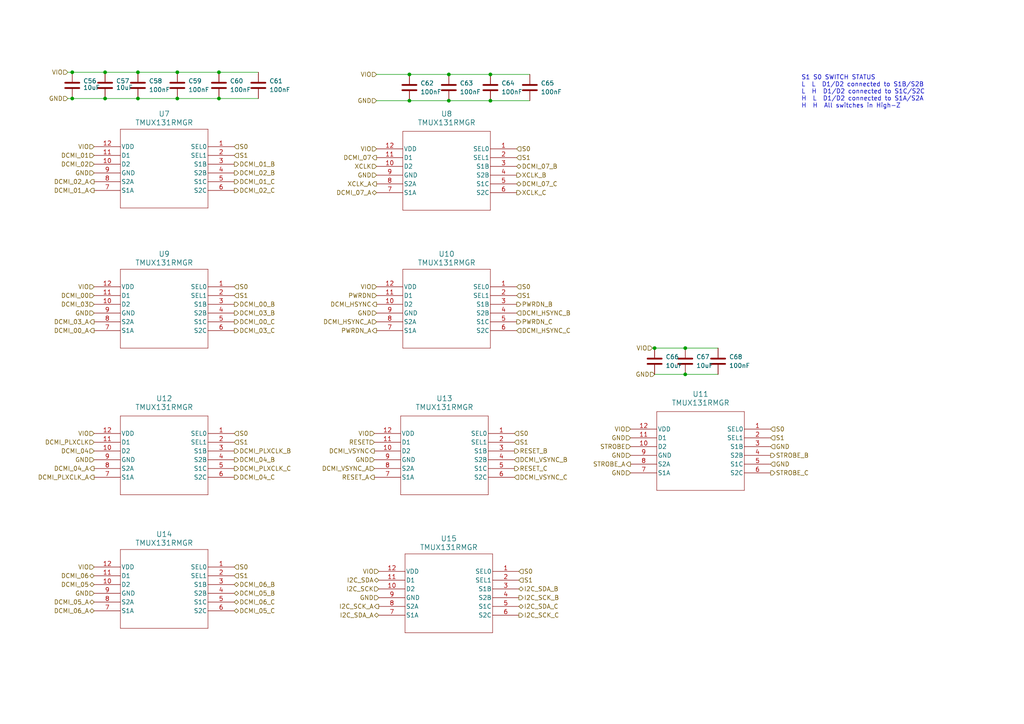
<source format=kicad_sch>
(kicad_sch (version 20250114) (generator "eeschema") (generator_version "9.0")
  (paper "A4")
  (lib_symbols
    (symbol "Common:TMUX131RMGR" (pin_names (offset 0.254))
      (property "Reference" "U" (at 20.32 10.16 0))
      (property "Value" "TMUX131RMGR" (at 20.32 7.62 0))
      (symbol "TMUX131RMGR_0_1"
        (polyline (pts (xy 7.62 5.08) (xy 7.62 -17.78)) (stroke (width 0.127)))
        (polyline (pts (xy 7.62 -17.78) (xy 33.02 -17.78)) (stroke (width 0.127)))
        (polyline (pts (xy 33.02 5.08) (xy 7.62 5.08)) (stroke (width 0.127)))
        (polyline (pts (xy 33.02 -17.78) (xy 33.02 5.08)) (stroke (width 0.127)))
        (pin input line (at 0 0 0) (length 7.62) (name "SEL0") (number "1"))
        (pin input line (at 0 -2.54 0) (length 7.62) (name "SEL1") (number "2"))
        (pin bidirectional line (at 0 -5.08 0) (length 7.62) (name "S1B") (number "3"))
        (pin bidirectional line (at 0 -7.62 0) (length 7.62) (name "S2B") (number "4"))
        (pin bidirectional line (at 0 -10.16 0) (length 7.62) (name "S1C") (number "5"))
        (pin bidirectional line (at 0 -12.7 0) (length 7.62) (name "S2C") (number "6"))
        (pin power_in line (at 40.64 0 180) (length 7.62) (name "VDD") (number "12"))
        (pin bidirectional line (at 40.64 -2.54 180) (length 7.62) (name "D1") (number "11"))
        (pin bidirectional line (at 40.64 -5.08 180) (length 7.62) (name "D2") (number "10"))
        (pin bidirectional line (at 40.64 -10.16 180) (length 7.62) (name "S2A") (number "8"))
        (pin bidirectional line (at 40.64 -12.7 180) (length 7.62) (name "S1A") (number "7"))
      )
      (symbol "TMUX131RMGR_1_1"
        (pin power_in line (at 40.64 -7.62 180) (length 7.62) (name "GND") (number "9"))
      )
    )
    (symbol "Device:C" (pin_numbers (hide yes)) (pin_names (offset 0.254))
      (property "Reference" "C" (at 0.635 2.54 0))
      (property "Value" "C" (at 0.635 -2.54 0))
      (symbol "C_0_1"
        (polyline (pts (xy -2.032 0.762) (xy 2.032 0.762)) (stroke (width 0.508)))
        (polyline (pts (xy -2.032 -0.762) (xy 2.032 -0.762)) (stroke (width 0.508)))
      )
      (symbol "C_1_1"
        (pin passive line (at 0 3.81 270) (length 2.794) (name "~") (number "1"))
        (pin passive line (at 0 -3.81 90) (length 2.794) (name "~") (number "2"))
      )
    )
  )
  (text "S1 S0 SWITCH STATUS\nL  L  D1/D2 connected to S1B/S2B\nL  H  D1/D2 connected to S1C/S2C\nH  L  D1/D2 connected to S1A/S2A\nH  H  All switches in High-Z" (at 232.41 26.67 0) (effects (font (size 1.27 1.27)) (justify left)))
  (junction (at 118.745 29.21))
  (junction (at 63.5 20.955))
  (junction (at 118.745 21.59))
  (junction (at 20.955 20.955))
  (junction (at 30.48 28.575))
  (junction (at 40.005 20.955))
  (junction (at 20.955 28.575))
  (junction (at 130.175 29.21))
  (junction (at 198.755 108.585))
  (junction (at 40.005 28.575))
  (junction (at 30.48 20.955))
  (junction (at 142.24 29.21))
  (junction (at 51.435 20.955))
  (junction (at 189.865 100.965))
  (junction (at 142.24 21.59))
  (junction (at 198.755 100.965))
  (junction (at 63.5 28.575))
  (junction (at 51.435 28.575))
  (junction (at 130.175 21.59))
  (wire (pts (xy 130.175 29.21) (xy 142.24 29.21)))
  (wire (pts (xy 63.5 28.575) (xy 74.93 28.575)))
  (wire (pts (xy 40.005 20.955) (xy 51.435 20.955)))
  (wire (pts (xy 198.755 100.965) (xy 208.28 100.965)))
  (wire (pts (xy 51.435 20.955) (xy 63.5 20.955)))
  (wire (pts (xy 109.22 29.21) (xy 118.745 29.21)))
  (wire (pts (xy 118.745 21.59) (xy 130.175 21.59)))
  (wire (pts (xy 189.865 100.965) (xy 198.755 100.965)))
  (wire (pts (xy 189.23 100.965) (xy 189.865 100.965)))
  (wire (pts (xy 189.865 108.585) (xy 198.755 108.585)))
  (wire (pts (xy 198.755 108.585) (xy 208.28 108.585)))
  (wire (pts (xy 30.48 28.575) (xy 40.005 28.575)))
  (wire (pts (xy 19.685 20.955) (xy 20.955 20.955)))
  (wire (pts (xy 109.22 21.59) (xy 118.745 21.59)))
  (wire (pts (xy 142.24 21.59) (xy 153.67 21.59)))
  (wire (pts (xy 51.435 28.575) (xy 63.5 28.575)))
  (wire (pts (xy 40.005 28.575) (xy 51.435 28.575)))
  (wire (pts (xy 20.955 28.575) (xy 30.48 28.575)))
  (wire (pts (xy 30.48 20.955) (xy 40.005 20.955)))
  (wire (pts (xy 118.745 29.21) (xy 130.175 29.21)))
  (wire (pts (xy 130.175 21.59) (xy 142.24 21.59)))
  (wire (pts (xy 19.685 28.575) (xy 20.955 28.575)))
  (wire (pts (xy 142.24 29.21) (xy 153.67 29.21)))
  (wire (pts (xy 20.955 20.955) (xy 30.48 20.955)))
  (wire (pts (xy 63.5 20.955) (xy 74.93 20.955)))
  (hierarchical_label "PWRDN" (shape input) (at 109.22 85.725 180))
  (hierarchical_label "GND" (shape input) (at 27.305 50.165 180))
  (hierarchical_label "GND" (shape input) (at 19.685 28.575 180))
  (hierarchical_label "I2C_SDA" (shape bidirectional) (at 109.855 168.275 180))
  (hierarchical_label "RESET_B" (shape output) (at 149.225 130.81 0))
  (hierarchical_label "DCMI_01_C" (shape output) (at 67.945 52.705 0))
  (hierarchical_label "PWRDN_C" (shape output) (at 149.86 93.345 0))
  (hierarchical_label "VIO" (shape input) (at 109.22 21.59 180))
  (hierarchical_label "S0" (shape input) (at 223.52 124.46 0))
  (hierarchical_label "DCMI_05_B" (shape bidirectional) (at 67.945 172.085 0))
  (hierarchical_label "VIO" (shape input) (at 109.22 83.185 180))
  (hierarchical_label "RESET_A" (shape output) (at 108.585 138.43 180))
  (hierarchical_label "DCMI_06_C" (shape bidirectional) (at 67.945 174.625 0))
  (hierarchical_label "S1" (shape input) (at 150.495 168.275 0))
  (hierarchical_label "DCMI_04_A" (shape output) (at 27.305 135.89 180))
  (hierarchical_label "S0" (shape input) (at 67.945 125.73 0))
  (hierarchical_label "VIO" (shape input) (at 27.305 125.73 180))
  (hierarchical_label "DCMI_VSYNC_C" (shape input) (at 149.225 138.43 0))
  (hierarchical_label "DCMI_HSYNC_C" (shape input) (at 149.86 95.885 0))
  (hierarchical_label "DCMI_05_A" (shape bidirectional) (at 27.305 174.625 180))
  (hierarchical_label "GND" (shape input) (at 109.22 90.805 180))
  (hierarchical_label "DCMI_06_A" (shape bidirectional) (at 27.305 177.165 180))
  (hierarchical_label "XCLK_C" (shape output) (at 149.86 55.88 0))
  (hierarchical_label "GND" (shape input) (at 27.305 90.805 180))
  (hierarchical_label "VIO" (shape input) (at 27.305 42.545 180))
  (hierarchical_label "DCMI_01" (shape input) (at 27.305 45.085 180))
  (hierarchical_label "I2C_SCK_A" (shape output) (at 109.855 175.895 180))
  (hierarchical_label "DCMI_07" (shape output) (at 109.22 45.72 180))
  (hierarchical_label "VIO" (shape input) (at 27.305 83.185 180))
  (hierarchical_label "XCLK_A" (shape output) (at 109.22 53.34 180))
  (hierarchical_label "I2C_SCK" (shape input) (at 109.855 170.815 180))
  (hierarchical_label "DCMI_00_B" (shape output) (at 67.945 88.265 0))
  (hierarchical_label "DCMI_01_B" (shape output) (at 67.945 47.625 0))
  (hierarchical_label "GND" (shape input) (at 182.88 137.16 180))
  (hierarchical_label "DCMI_07_A" (shape bidirectional) (at 109.22 55.88 180))
  (hierarchical_label "DCMI_VSYNC" (shape output) (at 108.585 130.81 180))
  (hierarchical_label "DCMI_PLXCLK_B" (shape output) (at 67.945 130.81 0))
  (hierarchical_label "DCMI_06_B" (shape bidirectional) (at 67.945 169.545 0))
  (hierarchical_label "DCMI_02_A" (shape output) (at 27.305 52.705 180))
  (hierarchical_label "RESET" (shape input) (at 108.585 128.27 180))
  (hierarchical_label "S0" (shape input) (at 67.945 164.465 0))
  (hierarchical_label "XCLK_B" (shape output) (at 149.86 50.8 0))
  (hierarchical_label "DCMI_03_A" (shape output) (at 27.305 93.345 180))
  (hierarchical_label "DCMI_07_B" (shape bidirectional) (at 149.86 48.26 0))
  (hierarchical_label "STROBE_C" (shape output) (at 223.52 137.16 0))
  (hierarchical_label "DCMI_00_A" (shape output) (at 27.305 95.885 180))
  (hierarchical_label "I2C_SDA_B" (shape bidirectional) (at 150.495 170.815 0))
  (hierarchical_label "I2C_SCK_B" (shape output) (at 150.495 173.355 0))
  (hierarchical_label "S1" (shape input) (at 149.225 128.27 0))
  (hierarchical_label "GND" (shape input) (at 182.88 127 180))
  (hierarchical_label "DCMI_04_B" (shape output) (at 67.945 133.35 0))
  (hierarchical_label "VIO" (shape input) (at 19.685 20.955 180))
  (hierarchical_label "DCMI_HSYNC_A" (shape input) (at 109.22 93.345 180))
  (hierarchical_label "DCMI_01_A" (shape output) (at 27.305 55.245 180))
  (hierarchical_label "DCMI_06" (shape bidirectional) (at 27.305 167.005 180))
  (hierarchical_label "DCMI_04_C" (shape output) (at 67.945 138.43 0))
  (hierarchical_label "VIO" (shape input) (at 109.855 165.735 180))
  (hierarchical_label "GND" (shape input) (at 223.52 129.54 0))
  (hierarchical_label "DCMI_02" (shape input) (at 27.305 47.625 180))
  (hierarchical_label "XCLK" (shape input) (at 109.22 48.26 180))
  (hierarchical_label "S1" (shape input) (at 67.945 167.005 0))
  (hierarchical_label "S0" (shape input) (at 67.945 83.185 0))
  (hierarchical_label "RESET_C" (shape output) (at 149.225 135.89 0))
  (hierarchical_label "I2C_SDA_C" (shape bidirectional) (at 150.495 175.895 0))
  (hierarchical_label "STROBE" (shape input) (at 182.88 129.54 180))
  (hierarchical_label "S0" (shape input) (at 149.86 83.185 0))
  (hierarchical_label "GND" (shape input) (at 182.88 132.08 180))
  (hierarchical_label "DCMI_07_C" (shape bidirectional) (at 149.86 53.34 0))
  (hierarchical_label "VIO" (shape input) (at 108.585 125.73 180))
  (hierarchical_label "S1" (shape input) (at 67.945 85.725 0))
  (hierarchical_label "VIO" (shape input) (at 27.305 164.465 180))
  (hierarchical_label "S0" (shape input) (at 149.225 125.73 0))
  (hierarchical_label "GND" (shape input) (at 189.865 108.585 180))
  (hierarchical_label "S0" (shape input) (at 150.495 165.735 0))
  (hierarchical_label "I2C_SDA_A" (shape bidirectional) (at 109.855 178.435 180))
  (hierarchical_label "VIO" (shape input) (at 109.22 43.18 180))
  (hierarchical_label "S0" (shape input) (at 67.945 42.545 0))
  (hierarchical_label "GND" (shape input) (at 27.305 133.35 180))
  (hierarchical_label "GND" (shape input) (at 223.52 134.62 0))
  (hierarchical_label "PWRDN_B" (shape output) (at 149.86 88.265 0))
  (hierarchical_label "DCMI_PLXCLK" (shape input) (at 27.305 128.27 180))
  (hierarchical_label "DCMI_HSYNC_B" (shape input) (at 149.86 90.805 0))
  (hierarchical_label "DCMI_00_C" (shape output) (at 67.945 93.345 0))
  (hierarchical_label "DCMI_05_C" (shape bidirectional) (at 67.945 177.165 0))
  (hierarchical_label "DCMI_VSYNC_A" (shape input) (at 108.585 135.89 180))
  (hierarchical_label "PWRDN_A" (shape output) (at 109.22 95.885 180))
  (hierarchical_label "DCMI_VSYNC_B" (shape input) (at 149.225 133.35 0))
  (hierarchical_label "GND" (shape input) (at 109.22 50.8 180))
  (hierarchical_label "S1" (shape input) (at 67.945 45.085 0))
  (hierarchical_label "DCMI_02_B" (shape output) (at 67.945 50.165 0))
  (hierarchical_label "VIO" (shape input) (at 189.23 100.965 180))
  (hierarchical_label "GND" (shape input) (at 27.305 172.085 180))
  (hierarchical_label "S1" (shape input) (at 67.945 128.27 0))
  (hierarchical_label "S0" (shape input) (at 149.86 43.18 0))
  (hierarchical_label "I2C_SCK_C" (shape output) (at 150.495 178.435 0))
  (hierarchical_label "DCMI_PLXCLK_A" (shape output) (at 27.305 138.43 180))
  (hierarchical_label "STROBE_B" (shape output) (at 223.52 132.08 0))
  (hierarchical_label "GND" (shape input) (at 108.585 133.35 180))
  (hierarchical_label "DCMI_03_C" (shape output) (at 67.945 95.885 0))
  (hierarchical_label "S1" (shape input) (at 149.86 85.725 0))
  (hierarchical_label "STROBE_A" (shape output) (at 182.88 134.62 180))
  (hierarchical_label "DCMI_PLXCLK_C" (shape output) (at 67.945 135.89 0))
  (hierarchical_label "DCMI_HSYNC" (shape output) (at 109.22 88.265 180))
  (hierarchical_label "VIO" (shape input) (at 182.88 124.46 180))
  (hierarchical_label "DCMI_00" (shape input) (at 27.305 85.725 180))
  (hierarchical_label "DCMI_04" (shape input) (at 27.305 130.81 180))
  (hierarchical_label "S1" (shape input) (at 149.86 45.72 0))
  (hierarchical_label "DCMI_05" (shape bidirectional) (at 27.305 169.545 180))
  (hierarchical_label "GND" (shape input) (at 109.22 29.21 180))
  (hierarchical_label "S1" (shape input) (at 223.52 127 0))
  (hierarchical_label "DCMI_03" (shape input) (at 27.305 88.265 180))
  (hierarchical_label "GND" (shape input) (at 109.855 173.355 180))
  (hierarchical_label "DCMI_02_C" (shape output) (at 67.945 55.245 0))
  (hierarchical_label "DCMI_03_B" (shape output) (at 67.945 90.805 0))
  (symbol (lib_id "Device:C") (at 20.955 24.765 0) (unit 1)
    (property "Reference" "C56" (at 24.13 23.4949 0) (effects (justify left)))
    (property "Value" "10uF" (at 24.13 25.4 0) (effects (justify left)))
    (property "Footprint" "Capacitor_SMD:C_0603_1608Metric_Pad1.08x0.95mm_HandSolder" (effects (hide yes)))
    (property "Datasheet" "https://search.murata.co.jp/Ceramy/image/img/A01X/G101/ENG/GRM188R61E106KA73-01.pdf" (effects (hide yes)))
    (property "Description" "Unpolarized capacitor" (effects (hide yes)))
    (property "Tolerance" "10" (effects (hide yes)))
    (property "Voltage" "25" (effects (hide yes)))
    (property "MANUFACTURER" "Murata" (effects (hide yes)))
    (property "PARTREV" "GRM188R61E106KA73D" (effects (hide yes)))
    (property "Temperture Coefficient" "X5R" (effects (hide yes)))
  )
  (symbol (lib_id "Common:TMUX131RMGR") (at 223.52 124.46 0) (mirror y) (unit 1)
    (property "Reference" "U11" (at 203.2 114.3 0) (effects (font (size 1.524 1.524))))
    (property "Value" "TMUX131RMGR" (at 203.2 116.84 0) (effects (font (size 1.524 1.524))))
    (property "Footprint" "Common:VQFN12_RMG_TEX" (effects (hide yes)))
    (property "Datasheet" "https://www.ti.com/lit/ds/symlink/tmux131.pdf?ts=1704485496073&ref_url=https%253A%252F%252Fwww.ti.com%252Fsitesearch%252Fen-us%252Fdocs%252Funiversalsearch.tsp%253FlangPref%253Den-US%2526searchTerm%253DTMUX131RMGR%2526nr%253D2" (effects (hide yes)))
    (property "Description" "Switch 2x1:3" (effects (hide yes)))
    (property "MANUFACTURER" "TI" (effects (hide yes)))
    (property "PARTREV" "TMUX131RMGR" (effects (hide yes)))
  )
  (symbol (lib_id "Common:TMUX131RMGR") (at 67.945 42.545 0) (mirror y) (unit 1)
    (property "Reference" "U7" (at 47.625 33.02 0) (effects (font (size 1.524 1.524))))
    (property "Value" "TMUX131RMGR" (at 47.625 35.56 0) (effects (font (size 1.524 1.524))))
    (property "Footprint" "Common:VQFN12_RMG_TEX" (effects (hide yes)))
    (property "Datasheet" "https://www.ti.com/lit/ds/symlink/tmux131.pdf?ts=1704485496073&ref_url=https%253A%252F%252Fwww.ti.com%252Fsitesearch%252Fen-us%252Fdocs%252Funiversalsearch.tsp%253FlangPref%253Den-US%2526searchTerm%253DTMUX131RMGR%2526nr%253D2" (effects (hide yes)))
    (property "Description" "Switch 2x1:3" (effects (hide yes)))
    (property "MANUFACTURER" "TI" (effects (hide yes)))
    (property "PARTREV" "TMUX131RMGR" (effects (hide yes)))
  )
  (symbol (lib_id "Device:C") (at 153.67 25.4 0) (unit 1)
    (property "Reference" "C65" (at 156.845 24.1299 0) (effects (justify left)))
    (property "Value" "100nF" (at 156.845 26.6699 0) (effects (justify left)))
    (property "Footprint" "Capacitor_SMD:C_0402_1005Metric_Pad0.74x0.62mm_HandSolder" (effects (hide yes)))
    (property "Datasheet" "https://search.murata.co.jp/Ceramy/image/img/A01X/G101/ENG/GRM155R61E104KA87-01.pdf" (effects (hide yes)))
    (property "Description" "Unpolarized capacitor" (effects (hide yes)))
    (property "Tolerance" "10" (effects (hide yes)))
    (property "Voltage" "25" (effects (hide yes)))
    (property "MANUFACTURER" "Murata" (effects (hide yes)))
    (property "PARTREV" "GRM155R61E104KA87D" (effects (hide yes)))
    (property "Temperture Coefficient" "X5R" (effects (hide yes)))
  )
  (symbol (lib_id "Device:C") (at 130.175 25.4 0) (unit 1)
    (property "Reference" "C63" (at 133.35 24.1299 0) (effects (justify left)))
    (property "Value" "100nF" (at 133.35 26.6699 0) (effects (justify left)))
    (property "Footprint" "Capacitor_SMD:C_0402_1005Metric_Pad0.74x0.62mm_HandSolder" (effects (hide yes)))
    (property "Datasheet" "https://search.murata.co.jp/Ceramy/image/img/A01X/G101/ENG/GRM155R61E104KA87-01.pdf" (effects (hide yes)))
    (property "Description" "Unpolarized capacitor" (effects (hide yes)))
    (property "Tolerance" "10" (effects (hide yes)))
    (property "Voltage" "25" (effects (hide yes)))
    (property "MANUFACTURER" "Murata" (effects (hide yes)))
    (property "PARTREV" "GRM155R61E104KA87D" (effects (hide yes)))
    (property "Temperture Coefficient" "X5R" (effects (hide yes)))
  )
  (symbol (lib_id "Device:C") (at 63.5 24.765 0) (unit 1)
    (property "Reference" "C60" (at 66.675 23.4949 0) (effects (justify left)))
    (property "Value" "100nF" (at 66.675 26.0349 0) (effects (justify left)))
    (property "Footprint" "Capacitor_SMD:C_0402_1005Metric_Pad0.74x0.62mm_HandSolder" (effects (hide yes)))
    (property "Datasheet" "https://search.murata.co.jp/Ceramy/image/img/A01X/G101/ENG/GRM155R61E104KA87-01.pdf" (effects (hide yes)))
    (property "Description" "Unpolarized capacitor" (effects (hide yes)))
    (property "Tolerance" "10" (effects (hide yes)))
    (property "Voltage" "25" (effects (hide yes)))
    (property "MANUFACTURER" "Murata" (effects (hide yes)))
    (property "PARTREV" "GRM155R61E104KA87D" (effects (hide yes)))
    (property "Temperture Coefficient" "X5R" (effects (hide yes)))
  )
  (symbol (lib_id "Device:C") (at 51.435 24.765 0) (unit 1)
    (property "Reference" "C59" (at 54.61 23.4949 0) (effects (justify left)))
    (property "Value" "100nF" (at 54.61 26.0349 0) (effects (justify left)))
    (property "Footprint" "Capacitor_SMD:C_0402_1005Metric_Pad0.74x0.62mm_HandSolder" (effects (hide yes)))
    (property "Datasheet" "https://search.murata.co.jp/Ceramy/image/img/A01X/G101/ENG/GRM155R61E104KA87-01.pdf" (effects (hide yes)))
    (property "Description" "Unpolarized capacitor" (effects (hide yes)))
    (property "Tolerance" "10" (effects (hide yes)))
    (property "Voltage" "25" (effects (hide yes)))
    (property "MANUFACTURER" "Murata" (effects (hide yes)))
    (property "PARTREV" "GRM155R61E104KA87D" (effects (hide yes)))
    (property "Temperture Coefficient" "X5R" (effects (hide yes)))
  )
  (symbol (lib_id "Device:C") (at 189.865 104.775 0) (unit 1)
    (property "Reference" "C66" (at 193.04 103.5049 0) (effects (justify left)))
    (property "Value" "10uF" (at 193.04 106.0449 0) (effects (justify left)))
    (property "Footprint" "Capacitor_SMD:C_0603_1608Metric_Pad1.08x0.95mm_HandSolder" (effects (hide yes)))
    (property "Datasheet" "https://search.murata.co.jp/Ceramy/image/img/A01X/G101/ENG/GRM188R61E106KA73-01.pdf" (effects (hide yes)))
    (property "Description" "Unpolarized capacitor" (effects (hide yes)))
    (property "Tolerance" "10" (effects (hide yes)))
    (property "Voltage" "25" (effects (hide yes)))
    (property "MANUFACTURER" "Murata" (effects (hide yes)))
    (property "PARTREV" "GRM188R61E106KA73D" (effects (hide yes)))
    (property "Temperture Coefficient" "X5R" (effects (hide yes)))
  )
  (symbol (lib_id "Device:C") (at 74.93 24.765 0) (unit 1)
    (property "Reference" "C61" (at 78.105 23.4949 0) (effects (justify left)))
    (property "Value" "100nF" (at 78.105 26.0349 0) (effects (justify left)))
    (property "Footprint" "Capacitor_SMD:C_0402_1005Metric_Pad0.74x0.62mm_HandSolder" (effects (hide yes)))
    (property "Datasheet" "https://search.murata.co.jp/Ceramy/image/img/A01X/G101/ENG/GRM155R61E104KA87-01.pdf" (effects (hide yes)))
    (property "Description" "Unpolarized capacitor" (effects (hide yes)))
    (property "Tolerance" "10" (effects (hide yes)))
    (property "Voltage" "25" (effects (hide yes)))
    (property "MANUFACTURER" "Murata" (effects (hide yes)))
    (property "PARTREV" "GRM155R61E104KA87D" (effects (hide yes)))
    (property "Temperture Coefficient" "X5R" (effects (hide yes)))
  )
  (symbol (lib_id "Common:TMUX131RMGR") (at 149.86 83.185 0) (mirror y) (unit 1)
    (property "Reference" "U10" (at 129.54 73.66 0) (effects (font (size 1.524 1.524))))
    (property "Value" "TMUX131RMGR" (at 129.54 76.2 0) (effects (font (size 1.524 1.524))))
    (property "Footprint" "Common:VQFN12_RMG_TEX" (effects (hide yes)))
    (property "Datasheet" "https://www.ti.com/lit/ds/symlink/tmux131.pdf?ts=1704485496073&ref_url=https%253A%252F%252Fwww.ti.com%252Fsitesearch%252Fen-us%252Fdocs%252Funiversalsearch.tsp%253FlangPref%253Den-US%2526searchTerm%253DTMUX131RMGR%2526nr%253D2" (effects (hide yes)))
    (property "Description" "Switch 2x1:3" (effects (hide yes)))
    (property "MANUFACTURER" "TI" (effects (hide yes)))
    (property "PARTREV" "TMUX131RMGR" (effects (hide yes)))
  )
  (symbol (lib_id "Common:TMUX131RMGR") (at 67.945 83.185 0) (mirror y) (unit 1)
    (property "Reference" "U9" (at 47.625 73.66 0) (effects (font (size 1.524 1.524))))
    (property "Value" "TMUX131RMGR" (at 47.625 76.2 0) (effects (font (size 1.524 1.524))))
    (property "Footprint" "Common:VQFN12_RMG_TEX" (effects (hide yes)))
    (property "Datasheet" "https://www.ti.com/lit/ds/symlink/tmux131.pdf?ts=1704485496073&ref_url=https%253A%252F%252Fwww.ti.com%252Fsitesearch%252Fen-us%252Fdocs%252Funiversalsearch.tsp%253FlangPref%253Den-US%2526searchTerm%253DTMUX131RMGR%2526nr%253D2" (effects (hide yes)))
    (property "Description" "Switch 2x1:3" (effects (hide yes)))
    (property "MANUFACTURER" "TI" (effects (hide yes)))
    (property "PARTREV" "TMUX131RMGR" (effects (hide yes)))
  )
  (symbol (lib_id "Device:C") (at 40.005 24.765 0) (unit 1)
    (property "Reference" "C58" (at 43.18 23.4949 0) (effects (justify left)))
    (property "Value" "100nF" (at 43.18 26.0349 0) (effects (justify left)))
    (property "Footprint" "Capacitor_SMD:C_0402_1005Metric_Pad0.74x0.62mm_HandSolder" (effects (hide yes)))
    (property "Datasheet" "https://search.murata.co.jp/Ceramy/image/img/A01X/G101/ENG/GRM155R61E104KA87-01.pdf" (effects (hide yes)))
    (property "Description" "Unpolarized capacitor" (effects (hide yes)))
    (property "Tolerance" "10" (effects (hide yes)))
    (property "Voltage" "25" (effects (hide yes)))
    (property "MANUFACTURER" "Murata" (effects (hide yes)))
    (property "PARTREV" "GRM155R61E104KA87D" (effects (hide yes)))
    (property "Temperture Coefficient" "X5R" (effects (hide yes)))
  )
  (symbol (lib_id "Device:C") (at 30.48 24.765 0) (unit 1)
    (property "Reference" "C57" (at 33.655 23.4949 0) (effects (justify left)))
    (property "Value" "10uF" (at 33.655 25.4 0) (effects (justify left)))
    (property "Footprint" "Capacitor_SMD:C_0603_1608Metric_Pad1.08x0.95mm_HandSolder" (effects (hide yes)))
    (property "Datasheet" "https://search.murata.co.jp/Ceramy/image/img/A01X/G101/ENG/GRM188R61E106KA73-01.pdf" (effects (hide yes)))
    (property "Description" "Unpolarized capacitor" (effects (hide yes)))
    (property "Tolerance" "10" (effects (hide yes)))
    (property "Voltage" "25" (effects (hide yes)))
    (property "MANUFACTURER" "Murata" (effects (hide yes)))
    (property "PARTREV" "GRM188R61E106KA73D" (effects (hide yes)))
    (property "Temperture Coefficient" "X5R" (effects (hide yes)))
  )
  (symbol (lib_id "Device:C") (at 198.755 104.775 0) (unit 1)
    (property "Reference" "C67" (at 201.93 103.5049 0) (effects (justify left)))
    (property "Value" "10uF" (at 201.93 106.0449 0) (effects (justify left)))
    (property "Footprint" "Capacitor_SMD:C_0603_1608Metric_Pad1.08x0.95mm_HandSolder" (effects (hide yes)))
    (property "Datasheet" "https://search.murata.co.jp/Ceramy/image/img/A01X/G101/ENG/GRM188R61E106KA73-01.pdf" (effects (hide yes)))
    (property "Description" "Unpolarized capacitor" (effects (hide yes)))
    (property "Tolerance" "10" (effects (hide yes)))
    (property "Voltage" "25" (effects (hide yes)))
    (property "MANUFACTURER" "Murata" (effects (hide yes)))
    (property "PARTREV" "GRM188R61E106KA73D" (effects (hide yes)))
    (property "Temperture Coefficient" "X5R" (effects (hide yes)))
  )
  (symbol (lib_id "Common:TMUX131RMGR") (at 149.86 43.18 0) (mirror y) (unit 1)
    (property "Reference" "U8" (at 129.54 33.02 0) (effects (font (size 1.524 1.524))))
    (property "Value" "TMUX131RMGR" (at 129.54 35.56 0) (effects (font (size 1.524 1.524))))
    (property "Footprint" "Common:VQFN12_RMG_TEX" (effects (hide yes)))
    (property "Datasheet" "https://www.ti.com/lit/ds/symlink/tmux131.pdf?ts=1704485496073&ref_url=https%253A%252F%252Fwww.ti.com%252Fsitesearch%252Fen-us%252Fdocs%252Funiversalsearch.tsp%253FlangPref%253Den-US%2526searchTerm%253DTMUX131RMGR%2526nr%253D2" (effects (hide yes)))
    (property "Description" "Switch 2x1:3" (effects (hide yes)))
    (property "MANUFACTURER" "TI" (effects (hide yes)))
    (property "PARTREV" "TMUX131RMGR" (effects (hide yes)))
  )
  (symbol (lib_id "Device:C") (at 142.24 25.4 0) (unit 1)
    (property "Reference" "C64" (at 145.415 24.1299 0) (effects (justify left)))
    (property "Value" "100nF" (at 145.415 26.6699 0) (effects (justify left)))
    (property "Footprint" "Capacitor_SMD:C_0402_1005Metric_Pad0.74x0.62mm_HandSolder" (effects (hide yes)))
    (property "Datasheet" "https://search.murata.co.jp/Ceramy/image/img/A01X/G101/ENG/GRM155R61E104KA87-01.pdf" (effects (hide yes)))
    (property "Description" "Unpolarized capacitor" (effects (hide yes)))
    (property "Tolerance" "10" (effects (hide yes)))
    (property "Voltage" "25" (effects (hide yes)))
    (property "MANUFACTURER" "Murata" (effects (hide yes)))
    (property "PARTREV" "GRM155R61E104KA87D" (effects (hide yes)))
    (property "Temperture Coefficient" "X5R" (effects (hide yes)))
  )
  (symbol (lib_id "Device:C") (at 208.28 104.775 0) (unit 1)
    (property "Reference" "C68" (at 211.455 103.5049 0) (effects (justify left)))
    (property "Value" "100nF" (at 211.455 106.0449 0) (effects (justify left)))
    (property "Footprint" "Capacitor_SMD:C_0402_1005Metric_Pad0.74x0.62mm_HandSolder" (effects (hide yes)))
    (property "Datasheet" "https://search.murata.co.jp/Ceramy/image/img/A01X/G101/ENG/GRM155R61E104KA87-01.pdf" (effects (hide yes)))
    (property "Description" "Unpolarized capacitor" (effects (hide yes)))
    (property "Tolerance" "10" (effects (hide yes)))
    (property "Voltage" "25" (effects (hide yes)))
    (property "MANUFACTURER" "Murata" (effects (hide yes)))
    (property "PARTREV" "GRM155R61E104KA87D" (effects (hide yes)))
    (property "Temperture Coefficient" "X5R" (effects (hide yes)))
  )
  (symbol (lib_id "Common:TMUX131RMGR") (at 150.495 165.735 0) (mirror y) (unit 1)
    (property "Reference" "U15" (at 130.175 156.21 0) (effects (font (size 1.524 1.524))))
    (property "Value" "TMUX131RMGR" (at 130.175 158.75 0) (effects (font (size 1.524 1.524))))
    (property "Footprint" "Common:VQFN12_RMG_TEX" (effects (hide yes)))
    (property "Datasheet" "https://www.ti.com/lit/ds/symlink/tmux131.pdf?ts=1704485496073&ref_url=https%253A%252F%252Fwww.ti.com%252Fsitesearch%252Fen-us%252Fdocs%252Funiversalsearch.tsp%253FlangPref%253Den-US%2526searchTerm%253DTMUX131RMGR%2526nr%253D2" (effects (hide yes)))
    (property "Description" "Switch 2x1:3" (effects (hide yes)))
    (property "MANUFACTURER" "TI" (effects (hide yes)))
    (property "PARTREV" "TMUX131RMGR" (effects (hide yes)))
  )
  (symbol (lib_id "Device:C") (at 118.745 25.4 0) (unit 1)
    (property "Reference" "C62" (at 121.92 24.1299 0) (effects (justify left)))
    (property "Value" "100nF" (at 121.92 26.6699 0) (effects (justify left)))
    (property "Footprint" "Capacitor_SMD:C_0402_1005Metric_Pad0.74x0.62mm_HandSolder" (effects (hide yes)))
    (property "Datasheet" "https://search.murata.co.jp/Ceramy/image/img/A01X/G101/ENG/GRM155R61E104KA87-01.pdf" (effects (hide yes)))
    (property "Description" "Unpolarized capacitor" (effects (hide yes)))
    (property "Tolerance" "10" (effects (hide yes)))
    (property "Voltage" "25" (effects (hide yes)))
    (property "MANUFACTURER" "Murata" (effects (hide yes)))
    (property "PARTREV" "GRM155R61E104KA87D" (effects (hide yes)))
    (property "Temperture Coefficient" "X5R" (effects (hide yes)))
  )
  (symbol (lib_id "Common:TMUX131RMGR") (at 149.225 125.73 0) (mirror y) (unit 1)
    (property "Reference" "U13" (at 128.905 115.57 0) (effects (font (size 1.524 1.524))))
    (property "Value" "TMUX131RMGR" (at 128.905 118.11 0) (effects (font (size 1.524 1.524))))
    (property "Footprint" "Common:VQFN12_RMG_TEX" (effects (hide yes)))
    (property "Datasheet" "https://www.ti.com/lit/ds/symlink/tmux131.pdf?ts=1704485496073&ref_url=https%253A%252F%252Fwww.ti.com%252Fsitesearch%252Fen-us%252Fdocs%252Funiversalsearch.tsp%253FlangPref%253Den-US%2526searchTerm%253DTMUX131RMGR%2526nr%253D2" (effects (hide yes)))
    (property "Description" "Switch 2x1:3" (effects (hide yes)))
    (property "MANUFACTURER" "TI" (effects (hide yes)))
    (property "PARTREV" "TMUX131RMGR" (effects (hide yes)))
  )
  (symbol (lib_id "Common:TMUX131RMGR") (at 67.945 164.465 0) (mirror y) (unit 1)
    (property "Reference" "U14" (at 47.625 154.94 0) (effects (font (size 1.524 1.524))))
    (property "Value" "TMUX131RMGR" (at 47.625 157.48 0) (effects (font (size 1.524 1.524))))
    (property "Footprint" "Common:VQFN12_RMG_TEX" (effects (hide yes)))
    (property "Datasheet" "https://www.ti.com/lit/ds/symlink/tmux131.pdf?ts=1704485496073&ref_url=https%253A%252F%252Fwww.ti.com%252Fsitesearch%252Fen-us%252Fdocs%252Funiversalsearch.tsp%253FlangPref%253Den-US%2526searchTerm%253DTMUX131RMGR%2526nr%253D2" (effects (hide yes)))
    (property "Description" "Switch 2x1:3" (effects (hide yes)))
    (property "MANUFACTURER" "TI" (effects (hide yes)))
    (property "PARTREV" "TMUX131RMGR" (effects (hide yes)))
  )
  (symbol (lib_id "Common:TMUX131RMGR") (at 67.945 125.73 0) (mirror y) (unit 1)
    (property "Reference" "U12" (at 47.625 115.57 0) (effects (font (size 1.524 1.524))))
    (property "Value" "TMUX131RMGR" (at 47.625 118.11 0) (effects (font (size 1.524 1.524))))
    (property "Footprint" "Common:VQFN12_RMG_TEX" (effects (hide yes)))
    (property "Datasheet" "https://www.ti.com/lit/ds/symlink/tmux131.pdf?ts=1704485496073&ref_url=https%253A%252F%252Fwww.ti.com%252Fsitesearch%252Fen-us%252Fdocs%252Funiversalsearch.tsp%253FlangPref%253Den-US%2526searchTerm%253DTMUX131RMGR%2526nr%253D2" (effects (hide yes)))
    (property "Description" "Switch 2x1:3" (effects (hide yes)))
    (property "MANUFACTURER" "TI" (effects (hide yes)))
    (property "PARTREV" "TMUX131RMGR" (effects (hide yes)))
  )
)
</source>
